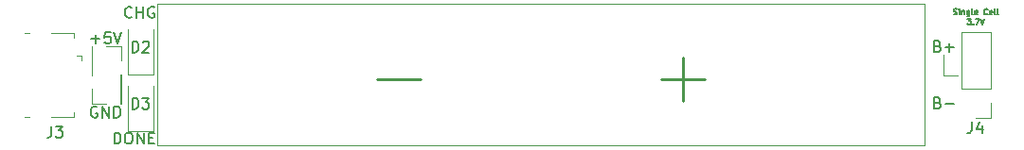
<source format=gbr>
%TF.GenerationSoftware,KiCad,Pcbnew,(5.1.8)-1*%
%TF.CreationDate,2021-01-17T15:05:37-05:00*%
%TF.ProjectId,electronics-li-ion-charger,656c6563-7472-46f6-9e69-63732d6c692d,rev?*%
%TF.SameCoordinates,Original*%
%TF.FileFunction,Legend,Top*%
%TF.FilePolarity,Positive*%
%FSLAX46Y46*%
G04 Gerber Fmt 4.6, Leading zero omitted, Abs format (unit mm)*
G04 Created by KiCad (PCBNEW (5.1.8)-1) date 2021-01-17 15:05:37*
%MOMM*%
%LPD*%
G01*
G04 APERTURE LIST*
%ADD10C,0.150000*%
%ADD11C,0.127000*%
%ADD12C,0.120000*%
%ADD13C,0.254000*%
G04 APERTURE END LIST*
D10*
X135080595Y-107767380D02*
X135080595Y-106767380D01*
X135318690Y-106767380D01*
X135461547Y-106815000D01*
X135556785Y-106910238D01*
X135604404Y-107005476D01*
X135652023Y-107195952D01*
X135652023Y-107338809D01*
X135604404Y-107529285D01*
X135556785Y-107624523D01*
X135461547Y-107719761D01*
X135318690Y-107767380D01*
X135080595Y-107767380D01*
X136271071Y-106767380D02*
X136461547Y-106767380D01*
X136556785Y-106815000D01*
X136652023Y-106910238D01*
X136699642Y-107100714D01*
X136699642Y-107434047D01*
X136652023Y-107624523D01*
X136556785Y-107719761D01*
X136461547Y-107767380D01*
X136271071Y-107767380D01*
X136175833Y-107719761D01*
X136080595Y-107624523D01*
X136032976Y-107434047D01*
X136032976Y-107100714D01*
X136080595Y-106910238D01*
X136175833Y-106815000D01*
X136271071Y-106767380D01*
X137128214Y-107767380D02*
X137128214Y-106767380D01*
X137699642Y-107767380D01*
X137699642Y-106767380D01*
X138175833Y-107243571D02*
X138509166Y-107243571D01*
X138652023Y-107767380D02*
X138175833Y-107767380D01*
X138175833Y-106767380D01*
X138652023Y-106767380D01*
X136636214Y-96369142D02*
X136588595Y-96416761D01*
X136445738Y-96464380D01*
X136350500Y-96464380D01*
X136207642Y-96416761D01*
X136112404Y-96321523D01*
X136064785Y-96226285D01*
X136017166Y-96035809D01*
X136017166Y-95892952D01*
X136064785Y-95702476D01*
X136112404Y-95607238D01*
X136207642Y-95512000D01*
X136350500Y-95464380D01*
X136445738Y-95464380D01*
X136588595Y-95512000D01*
X136636214Y-95559619D01*
X137064785Y-96464380D02*
X137064785Y-95464380D01*
X137064785Y-95940571D02*
X137636214Y-95940571D01*
X137636214Y-96464380D02*
X137636214Y-95464380D01*
X138636214Y-95512000D02*
X138540976Y-95464380D01*
X138398119Y-95464380D01*
X138255261Y-95512000D01*
X138160023Y-95607238D01*
X138112404Y-95702476D01*
X138064785Y-95892952D01*
X138064785Y-96035809D01*
X138112404Y-96226285D01*
X138160023Y-96321523D01*
X138255261Y-96416761D01*
X138398119Y-96464380D01*
X138493357Y-96464380D01*
X138636214Y-96416761D01*
X138683833Y-96369142D01*
X138683833Y-96035809D01*
X138493357Y-96035809D01*
D11*
X210082190Y-96154119D02*
X210154761Y-96178309D01*
X210275714Y-96178309D01*
X210324095Y-96154119D01*
X210348285Y-96129928D01*
X210372476Y-96081547D01*
X210372476Y-96033166D01*
X210348285Y-95984785D01*
X210324095Y-95960595D01*
X210275714Y-95936404D01*
X210178952Y-95912214D01*
X210130571Y-95888023D01*
X210106380Y-95863833D01*
X210082190Y-95815452D01*
X210082190Y-95767071D01*
X210106380Y-95718690D01*
X210130571Y-95694500D01*
X210178952Y-95670309D01*
X210299904Y-95670309D01*
X210372476Y-95694500D01*
X210590190Y-96178309D02*
X210590190Y-95839642D01*
X210590190Y-95670309D02*
X210566000Y-95694500D01*
X210590190Y-95718690D01*
X210614380Y-95694500D01*
X210590190Y-95670309D01*
X210590190Y-95718690D01*
X210832095Y-95839642D02*
X210832095Y-96178309D01*
X210832095Y-95888023D02*
X210856285Y-95863833D01*
X210904666Y-95839642D01*
X210977238Y-95839642D01*
X211025619Y-95863833D01*
X211049809Y-95912214D01*
X211049809Y-96178309D01*
X211509428Y-95839642D02*
X211509428Y-96250880D01*
X211485238Y-96299261D01*
X211461047Y-96323452D01*
X211412666Y-96347642D01*
X211340095Y-96347642D01*
X211291714Y-96323452D01*
X211509428Y-96154119D02*
X211461047Y-96178309D01*
X211364285Y-96178309D01*
X211315904Y-96154119D01*
X211291714Y-96129928D01*
X211267523Y-96081547D01*
X211267523Y-95936404D01*
X211291714Y-95888023D01*
X211315904Y-95863833D01*
X211364285Y-95839642D01*
X211461047Y-95839642D01*
X211509428Y-95863833D01*
X211823904Y-96178309D02*
X211775523Y-96154119D01*
X211751333Y-96105738D01*
X211751333Y-95670309D01*
X212210952Y-96154119D02*
X212162571Y-96178309D01*
X212065809Y-96178309D01*
X212017428Y-96154119D01*
X211993238Y-96105738D01*
X211993238Y-95912214D01*
X212017428Y-95863833D01*
X212065809Y-95839642D01*
X212162571Y-95839642D01*
X212210952Y-95863833D01*
X212235142Y-95912214D01*
X212235142Y-95960595D01*
X211993238Y-96008976D01*
X213130190Y-96129928D02*
X213106000Y-96154119D01*
X213033428Y-96178309D01*
X212985047Y-96178309D01*
X212912476Y-96154119D01*
X212864095Y-96105738D01*
X212839904Y-96057357D01*
X212815714Y-95960595D01*
X212815714Y-95888023D01*
X212839904Y-95791261D01*
X212864095Y-95742880D01*
X212912476Y-95694500D01*
X212985047Y-95670309D01*
X213033428Y-95670309D01*
X213106000Y-95694500D01*
X213130190Y-95718690D01*
X213541428Y-96154119D02*
X213493047Y-96178309D01*
X213396285Y-96178309D01*
X213347904Y-96154119D01*
X213323714Y-96105738D01*
X213323714Y-95912214D01*
X213347904Y-95863833D01*
X213396285Y-95839642D01*
X213493047Y-95839642D01*
X213541428Y-95863833D01*
X213565619Y-95912214D01*
X213565619Y-95960595D01*
X213323714Y-96008976D01*
X213855904Y-96178309D02*
X213807523Y-96154119D01*
X213783333Y-96105738D01*
X213783333Y-95670309D01*
X214122000Y-96178309D02*
X214073619Y-96154119D01*
X214049428Y-96105738D01*
X214049428Y-95670309D01*
X211340095Y-96559309D02*
X211654571Y-96559309D01*
X211485238Y-96752833D01*
X211557809Y-96752833D01*
X211606190Y-96777023D01*
X211630380Y-96801214D01*
X211654571Y-96849595D01*
X211654571Y-96970547D01*
X211630380Y-97018928D01*
X211606190Y-97043119D01*
X211557809Y-97067309D01*
X211412666Y-97067309D01*
X211364285Y-97043119D01*
X211340095Y-97018928D01*
X211872285Y-97018928D02*
X211896476Y-97043119D01*
X211872285Y-97067309D01*
X211848095Y-97043119D01*
X211872285Y-97018928D01*
X211872285Y-97067309D01*
X212065809Y-96559309D02*
X212404476Y-96559309D01*
X212186761Y-97067309D01*
X212525428Y-96559309D02*
X212694761Y-97067309D01*
X212864095Y-96559309D01*
D12*
X209169000Y-101663500D02*
X209169000Y-99758500D01*
X210502500Y-101663500D02*
X209169000Y-101663500D01*
D10*
X208684880Y-104068571D02*
X208827738Y-104116190D01*
X208875357Y-104163809D01*
X208922976Y-104259047D01*
X208922976Y-104401904D01*
X208875357Y-104497142D01*
X208827738Y-104544761D01*
X208732500Y-104592380D01*
X208351547Y-104592380D01*
X208351547Y-103592380D01*
X208684880Y-103592380D01*
X208780119Y-103640000D01*
X208827738Y-103687619D01*
X208875357Y-103782857D01*
X208875357Y-103878095D01*
X208827738Y-103973333D01*
X208780119Y-104020952D01*
X208684880Y-104068571D01*
X208351547Y-104068571D01*
X209351547Y-104211428D02*
X210113452Y-104211428D01*
X208684880Y-98988571D02*
X208827738Y-99036190D01*
X208875357Y-99083809D01*
X208922976Y-99179047D01*
X208922976Y-99321904D01*
X208875357Y-99417142D01*
X208827738Y-99464761D01*
X208732500Y-99512380D01*
X208351547Y-99512380D01*
X208351547Y-98512380D01*
X208684880Y-98512380D01*
X208780119Y-98560000D01*
X208827738Y-98607619D01*
X208875357Y-98702857D01*
X208875357Y-98798095D01*
X208827738Y-98893333D01*
X208780119Y-98940952D01*
X208684880Y-98988571D01*
X208351547Y-98988571D01*
X209351547Y-99131428D02*
X210113452Y-99131428D01*
X209732500Y-99512380D02*
X209732500Y-98750476D01*
X133540595Y-104465500D02*
X133445357Y-104417880D01*
X133302500Y-104417880D01*
X133159642Y-104465500D01*
X133064404Y-104560738D01*
X133016785Y-104655976D01*
X132969166Y-104846452D01*
X132969166Y-104989309D01*
X133016785Y-105179785D01*
X133064404Y-105275023D01*
X133159642Y-105370261D01*
X133302500Y-105417880D01*
X133397738Y-105417880D01*
X133540595Y-105370261D01*
X133588214Y-105322642D01*
X133588214Y-104989309D01*
X133397738Y-104989309D01*
X134016785Y-105417880D02*
X134016785Y-104417880D01*
X134588214Y-105417880D01*
X134588214Y-104417880D01*
X135064404Y-105417880D02*
X135064404Y-104417880D01*
X135302500Y-104417880D01*
X135445357Y-104465500D01*
X135540595Y-104560738D01*
X135588214Y-104655976D01*
X135635833Y-104846452D01*
X135635833Y-104989309D01*
X135588214Y-105179785D01*
X135540595Y-105275023D01*
X135445357Y-105370261D01*
X135302500Y-105417880D01*
X135064404Y-105417880D01*
X133016785Y-98369428D02*
X133778690Y-98369428D01*
X133397738Y-98750380D02*
X133397738Y-97988476D01*
X134731071Y-97750380D02*
X134254880Y-97750380D01*
X134207261Y-98226571D01*
X134254880Y-98178952D01*
X134350119Y-98131333D01*
X134588214Y-98131333D01*
X134683452Y-98178952D01*
X134731071Y-98226571D01*
X134778690Y-98321809D01*
X134778690Y-98559904D01*
X134731071Y-98655142D01*
X134683452Y-98702761D01*
X134588214Y-98750380D01*
X134350119Y-98750380D01*
X134254880Y-98702761D01*
X134207261Y-98655142D01*
X135064404Y-97750380D02*
X135397738Y-98750380D01*
X135731071Y-97750380D01*
D12*
%TO.C,BT1*%
X207518000Y-107950000D02*
X138938000Y-107950000D01*
X138938000Y-107950000D02*
X138938000Y-95250000D01*
X207518000Y-95250000D02*
X138938000Y-95250000D01*
X207518000Y-107950000D02*
X207518000Y-95250000D01*
%TO.C,J4*%
X213420000Y-97730000D02*
X210760000Y-97730000D01*
X213420000Y-102870000D02*
X213420000Y-97730000D01*
X210760000Y-102870000D02*
X210760000Y-97730000D01*
X213420000Y-102870000D02*
X210760000Y-102870000D01*
X213420000Y-104140000D02*
X213420000Y-105470000D01*
X213420000Y-105470000D02*
X212090000Y-105470000D01*
%TO.C,J3*%
X131684000Y-99840000D02*
X132134000Y-99840000D01*
X132134000Y-100290000D02*
X132134000Y-99840000D01*
X131454000Y-97840000D02*
X131454000Y-98260000D01*
X129474000Y-97840000D02*
X131454000Y-97840000D01*
X127104000Y-97840000D02*
X127504000Y-97840000D01*
X127504000Y-105360000D02*
X127104000Y-105360000D01*
X131454000Y-105360000D02*
X131454000Y-104940000D01*
X129474000Y-105360000D02*
X131454000Y-105360000D01*
%TO.C,J2*%
X135696000Y-104200000D02*
X135696000Y-101540000D01*
X135636000Y-104200000D02*
X135696000Y-104200000D01*
X135636000Y-101540000D02*
X135696000Y-101540000D01*
X135636000Y-104200000D02*
X135636000Y-101540000D01*
X134366000Y-104200000D02*
X133036000Y-104200000D01*
X133036000Y-104200000D02*
X133036000Y-102870000D01*
%TO.C,J1*%
X133036000Y-99000000D02*
X133036000Y-101660000D01*
X133096000Y-99000000D02*
X133036000Y-99000000D01*
X133096000Y-101660000D02*
X133036000Y-101660000D01*
X133096000Y-99000000D02*
X133096000Y-101660000D01*
X134366000Y-99000000D02*
X135696000Y-99000000D01*
X135696000Y-99000000D02*
X135696000Y-100330000D01*
%TO.C,D3*%
X136279000Y-102540000D02*
X136279000Y-106600000D01*
X136279000Y-106600000D02*
X138549000Y-106600000D01*
X138549000Y-106600000D02*
X138549000Y-102540000D01*
%TO.C,D2*%
X136279000Y-97460000D02*
X136279000Y-101520000D01*
X136279000Y-101520000D02*
X138549000Y-101520000D01*
X138549000Y-101520000D02*
X138549000Y-97460000D01*
%TO.C,BT1*%
D13*
X158592761Y-101962857D02*
X162463238Y-101962857D01*
X183992761Y-101962857D02*
X187863238Y-101962857D01*
X185928000Y-103898095D02*
X185928000Y-100027619D01*
%TO.C,J4*%
D10*
X211718566Y-105814880D02*
X211718566Y-106529166D01*
X211670947Y-106672023D01*
X211575709Y-106767261D01*
X211432852Y-106814880D01*
X211337614Y-106814880D01*
X212623328Y-106148214D02*
X212623328Y-106814880D01*
X212385233Y-105767261D02*
X212147138Y-106481547D01*
X212766185Y-106481547D01*
%TO.C,J3*%
X129460666Y-106195880D02*
X129460666Y-106910166D01*
X129413047Y-107053023D01*
X129317809Y-107148261D01*
X129174952Y-107195880D01*
X129079714Y-107195880D01*
X129841619Y-106195880D02*
X130460666Y-106195880D01*
X130127333Y-106576833D01*
X130270190Y-106576833D01*
X130365428Y-106624452D01*
X130413047Y-106672071D01*
X130460666Y-106767309D01*
X130460666Y-107005404D01*
X130413047Y-107100642D01*
X130365428Y-107148261D01*
X130270190Y-107195880D01*
X129984476Y-107195880D01*
X129889238Y-107148261D01*
X129841619Y-107100642D01*
%TO.C,D3*%
X136675904Y-104655880D02*
X136675904Y-103655880D01*
X136914000Y-103655880D01*
X137056857Y-103703500D01*
X137152095Y-103798738D01*
X137199714Y-103893976D01*
X137247333Y-104084452D01*
X137247333Y-104227309D01*
X137199714Y-104417785D01*
X137152095Y-104513023D01*
X137056857Y-104608261D01*
X136914000Y-104655880D01*
X136675904Y-104655880D01*
X137580666Y-103655880D02*
X138199714Y-103655880D01*
X137866380Y-104036833D01*
X138009238Y-104036833D01*
X138104476Y-104084452D01*
X138152095Y-104132071D01*
X138199714Y-104227309D01*
X138199714Y-104465404D01*
X138152095Y-104560642D01*
X138104476Y-104608261D01*
X138009238Y-104655880D01*
X137723523Y-104655880D01*
X137628285Y-104608261D01*
X137580666Y-104560642D01*
%TO.C,D2*%
X136675904Y-99575880D02*
X136675904Y-98575880D01*
X136914000Y-98575880D01*
X137056857Y-98623500D01*
X137152095Y-98718738D01*
X137199714Y-98813976D01*
X137247333Y-99004452D01*
X137247333Y-99147309D01*
X137199714Y-99337785D01*
X137152095Y-99433023D01*
X137056857Y-99528261D01*
X136914000Y-99575880D01*
X136675904Y-99575880D01*
X137628285Y-98671119D02*
X137675904Y-98623500D01*
X137771142Y-98575880D01*
X138009238Y-98575880D01*
X138104476Y-98623500D01*
X138152095Y-98671119D01*
X138199714Y-98766357D01*
X138199714Y-98861595D01*
X138152095Y-99004452D01*
X137580666Y-99575880D01*
X138199714Y-99575880D01*
%TD*%
M02*

</source>
